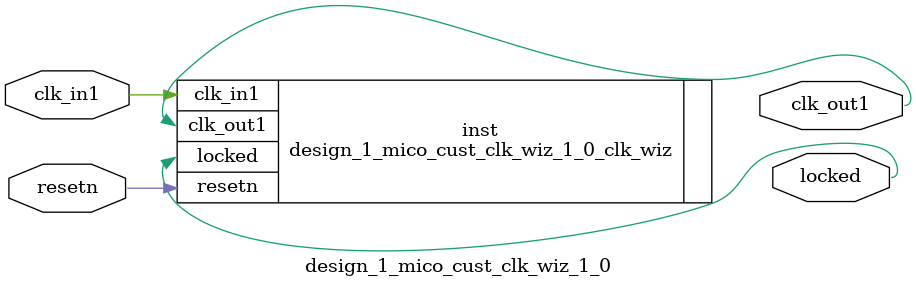
<source format=v>


`timescale 1ps/1ps

(* CORE_GENERATION_INFO = "design_1_mico_cust_clk_wiz_1_0,clk_wiz_v6_0_10_0_0,{component_name=design_1_mico_cust_clk_wiz_1_0,use_phase_alignment=true,use_min_o_jitter=false,use_max_i_jitter=false,use_dyn_phase_shift=false,use_inclk_switchover=false,use_dyn_reconfig=false,enable_axi=0,feedback_source=FDBK_AUTO,PRIMITIVE=MMCM,num_out_clk=1,clkin1_period=10.000,clkin2_period=10.000,use_power_down=false,use_reset=true,use_locked=true,use_inclk_stopped=false,feedback_type=SINGLE,CLOCK_MGR_TYPE=NA,manual_override=false}" *)

module design_1_mico_cust_clk_wiz_1_0 
 (
  // Clock out ports
  output        clk_out1,
  // Status and control signals
  input         resetn,
  output        locked,
 // Clock in ports
  input         clk_in1
 );

  design_1_mico_cust_clk_wiz_1_0_clk_wiz inst
  (
  // Clock out ports  
  .clk_out1(clk_out1),
  // Status and control signals               
  .resetn(resetn), 
  .locked(locked),
 // Clock in ports
  .clk_in1(clk_in1)
  );

endmodule

</source>
